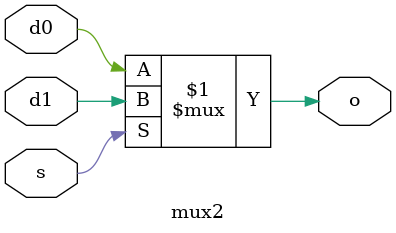
<source format=v>
module mux2(
input d0,
input d1,
input s,
output o);
assign o = s? d1:d0;
endmodule
</source>
